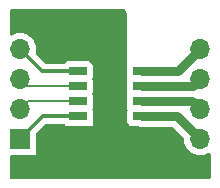
<source format=gbr>
%TF.GenerationSoftware,KiCad,Pcbnew,7.0.10*%
%TF.CreationDate,2024-02-08T11:38:55+02:00*%
%TF.ProjectId,NCD57201DR2G_breakout,4e434435-3732-4303-9144-5232475f6272,0.1*%
%TF.SameCoordinates,Original*%
%TF.FileFunction,Copper,L1,Top*%
%TF.FilePolarity,Positive*%
%FSLAX46Y46*%
G04 Gerber Fmt 4.6, Leading zero omitted, Abs format (unit mm)*
G04 Created by KiCad (PCBNEW 7.0.10) date 2024-02-08 11:38:55*
%MOMM*%
%LPD*%
G01*
G04 APERTURE LIST*
%TA.AperFunction,ComponentPad*%
%ADD10O,1.700000X1.700000*%
%TD*%
%TA.AperFunction,SMDPad,CuDef*%
%ADD11R,1.525000X0.700000*%
%TD*%
%TA.AperFunction,ComponentPad*%
%ADD12R,1.700000X1.700000*%
%TD*%
%TA.AperFunction,ViaPad*%
%ADD13C,0.600000*%
%TD*%
%TA.AperFunction,Conductor*%
%ADD14C,0.300000*%
%TD*%
%TA.AperFunction,Conductor*%
%ADD15C,0.200000*%
%TD*%
%TA.AperFunction,Conductor*%
%ADD16C,0.800000*%
%TD*%
G04 APERTURE END LIST*
D10*
%TO.P,J2,4,Pin_4*%
%TO.N,/LO*%
X123672600Y-74482800D03*
%TO.P,J2,3,Pin_3*%
%TO.N,-BATT*%
X123672600Y-71942800D03*
%TO.P,J2,2,Pin_2*%
%TO.N,/HO*%
X123672600Y-69402800D03*
%TO.P,J2,1,Pin_1*%
%TO.N,+BATT*%
X123672600Y-66862800D03*
%TD*%
D11*
%TO.P,IC1,1,VDD*%
%TO.N,+5V*%
X113340600Y-68732400D03*
%TO.P,IC1,2,HIN*%
%TO.N,/HIN*%
X113340600Y-70002400D03*
%TO.P,IC1,3,LIN*%
%TO.N,/LIN*%
X113340600Y-71272400D03*
%TO.P,IC1,4,GND*%
%TO.N,GND1*%
X113340600Y-72542400D03*
%TO.P,IC1,5,LO*%
%TO.N,/LO*%
X118764600Y-72542400D03*
%TO.P,IC1,6,VS*%
%TO.N,-BATT*%
X118764600Y-71272400D03*
%TO.P,IC1,7,HO*%
%TO.N,/HO*%
X118764600Y-70002400D03*
%TO.P,IC1,8,VB*%
%TO.N,+BATT*%
X118764600Y-68732400D03*
%TD*%
D10*
%TO.P,J1,1,Pin_1*%
%TO.N,+5V*%
X108432600Y-66862800D03*
%TO.P,J1,2,Pin_2*%
%TO.N,/HIN*%
X108432600Y-69402800D03*
%TO.P,J1,3,Pin_3*%
%TO.N,/LIN*%
X108432600Y-71942800D03*
D12*
%TO.P,J1,4,Pin_4*%
%TO.N,GND1*%
X108432600Y-74482800D03*
%TD*%
D13*
%TO.N,GND1*%
X113340000Y-74490000D03*
%TD*%
D14*
%TO.N,GND1*%
X110373000Y-72542400D02*
X108432600Y-74482800D01*
X113340600Y-72542400D02*
X110373000Y-72542400D01*
D15*
%TO.N,/LIN*%
X109103000Y-71272400D02*
X108432600Y-71942800D01*
X113340600Y-71272400D02*
X109103000Y-71272400D01*
%TO.N,/HIN*%
X109032200Y-70002400D02*
X108432600Y-69402800D01*
X113340600Y-70002400D02*
X109032200Y-70002400D01*
D14*
%TO.N,+5V*%
X113340600Y-68732400D02*
X110302200Y-68732400D01*
X110302200Y-68732400D02*
X108432600Y-66862800D01*
D16*
%TO.N,/LO*%
X121732200Y-72542400D02*
X123672600Y-74482800D01*
X118764600Y-72542400D02*
X121732200Y-72542400D01*
%TO.N,-BATT*%
X118764600Y-71272400D02*
X123002200Y-71272400D01*
X123002200Y-71272400D02*
X123672600Y-71942800D01*
%TO.N,/HO*%
X123073000Y-70002400D02*
X123672600Y-69402800D01*
X118764600Y-70002400D02*
X123073000Y-70002400D01*
%TO.N,+BATT*%
X118764600Y-68732400D02*
X121803000Y-68732400D01*
X121803000Y-68732400D02*
X123672600Y-66862800D01*
%TD*%
%TA.AperFunction,Conductor*%
%TO.N,GND1*%
G36*
X117301106Y-63462985D02*
G01*
X117343425Y-63508847D01*
X117418521Y-63649343D01*
X117427824Y-63671801D01*
X117477640Y-63836024D01*
X117482382Y-63859865D01*
X117499803Y-64036738D01*
X117500400Y-64048892D01*
X117500400Y-71909549D01*
X117531300Y-71966138D01*
X117526317Y-72035826D01*
X117508008Y-72084915D01*
X117508008Y-72084916D01*
X117501601Y-72144516D01*
X117501600Y-72144535D01*
X117501600Y-72940270D01*
X117501601Y-72940276D01*
X117508008Y-72999883D01*
X117558302Y-73134728D01*
X117558306Y-73134735D01*
X117644552Y-73249944D01*
X117644555Y-73249947D01*
X117759764Y-73336193D01*
X117759771Y-73336197D01*
X117769968Y-73340000D01*
X117894617Y-73386491D01*
X117954227Y-73392900D01*
X118448448Y-73392899D01*
X118486766Y-73398968D01*
X118515671Y-73408359D01*
X118576344Y-73428074D01*
X118717408Y-73442900D01*
X121307839Y-73442900D01*
X121374878Y-73462585D01*
X121395520Y-73479219D01*
X122282664Y-74366363D01*
X122316149Y-74427686D01*
X122318511Y-74464850D01*
X122316941Y-74482797D01*
X122316941Y-74482800D01*
X122337536Y-74718203D01*
X122337538Y-74718213D01*
X122398694Y-74946455D01*
X122398696Y-74946459D01*
X122398697Y-74946463D01*
X122498565Y-75160630D01*
X122498567Y-75160634D01*
X122606881Y-75315321D01*
X122634105Y-75354201D01*
X122801199Y-75521295D01*
X122897984Y-75589065D01*
X122994765Y-75656832D01*
X122994767Y-75656833D01*
X122994770Y-75656835D01*
X123208937Y-75756703D01*
X123437192Y-75817863D01*
X123607919Y-75832800D01*
X123672599Y-75838459D01*
X123672600Y-75838459D01*
X123672601Y-75838459D01*
X123737281Y-75832800D01*
X123908008Y-75817863D01*
X124136263Y-75756703D01*
X124350430Y-75656835D01*
X124350438Y-75656829D01*
X124355122Y-75654126D01*
X124356273Y-75656119D01*
X124413174Y-75636926D01*
X124480943Y-75653932D01*
X124528759Y-75704877D01*
X124542100Y-75760828D01*
X124542100Y-77707500D01*
X124522415Y-77774539D01*
X124469611Y-77820294D01*
X124418100Y-77831500D01*
X107687100Y-77831500D01*
X107620061Y-77811815D01*
X107574306Y-77759011D01*
X107563100Y-77707500D01*
X107563100Y-75956800D01*
X107582785Y-75889761D01*
X107635589Y-75844006D01*
X107687100Y-75832800D01*
X108205312Y-75832800D01*
X108216604Y-75826634D01*
X108242962Y-75823800D01*
X108622238Y-75823800D01*
X108652888Y-75832800D01*
X109330428Y-75832800D01*
X109330444Y-75832799D01*
X109397687Y-75825569D01*
X109397718Y-75825862D01*
X109415421Y-75823800D01*
X109774600Y-75823800D01*
X109774600Y-75461389D01*
X109776166Y-75447973D01*
X109775369Y-75447888D01*
X109782599Y-75380644D01*
X109782600Y-75380627D01*
X109782600Y-74709256D01*
X109777434Y-74699796D01*
X109774600Y-74673438D01*
X109774600Y-74292162D01*
X109782600Y-74264917D01*
X109782600Y-74007048D01*
X109802285Y-73940009D01*
X109822032Y-73916362D01*
X110564279Y-73224305D01*
X110626734Y-73192986D01*
X110648839Y-73191000D01*
X112114982Y-73191000D01*
X112182021Y-73210685D01*
X112214250Y-73240691D01*
X112220908Y-73249585D01*
X112220910Y-73249587D01*
X112260311Y-73279083D01*
X112302182Y-73335017D01*
X112310000Y-73378350D01*
X112310000Y-73400000D01*
X114600000Y-73400000D01*
X114600000Y-72975711D01*
X114600710Y-72962460D01*
X114603099Y-72940229D01*
X114603100Y-72940218D01*
X114603100Y-72764783D01*
X114602834Y-72764296D01*
X114600000Y-72737938D01*
X114600000Y-72346862D01*
X114603100Y-72336304D01*
X114603100Y-72144572D01*
X114603099Y-72144571D01*
X114600710Y-72122341D01*
X114600000Y-72109086D01*
X114600000Y-72000000D01*
X114580924Y-71980924D01*
X114547439Y-71919601D01*
X114552422Y-71849913D01*
X114597191Y-71729883D01*
X114603600Y-71670273D01*
X114603599Y-70874528D01*
X114597191Y-70814917D01*
X114547142Y-70680730D01*
X114542159Y-70611042D01*
X114547139Y-70594078D01*
X114597191Y-70459883D01*
X114603600Y-70400273D01*
X114603599Y-69604528D01*
X114597191Y-69544917D01*
X114547142Y-69410730D01*
X114542159Y-69341042D01*
X114547139Y-69324078D01*
X114597191Y-69189883D01*
X114603600Y-69130273D01*
X114603599Y-68334528D01*
X114597191Y-68274917D01*
X114579977Y-68228765D01*
X114546897Y-68140071D01*
X114546893Y-68140064D01*
X114460647Y-68024855D01*
X114460644Y-68024852D01*
X114345435Y-67938606D01*
X114345428Y-67938602D01*
X114210582Y-67888308D01*
X114210583Y-67888308D01*
X114150983Y-67881901D01*
X114150981Y-67881900D01*
X114150973Y-67881900D01*
X114150964Y-67881900D01*
X112530229Y-67881900D01*
X112530223Y-67881901D01*
X112470616Y-67888308D01*
X112335771Y-67938602D01*
X112335764Y-67938606D01*
X112220557Y-68024851D01*
X112220551Y-68024857D01*
X112215048Y-68032209D01*
X112159115Y-68074081D01*
X112115780Y-68081900D01*
X110623008Y-68081900D01*
X110555969Y-68062215D01*
X110535327Y-68045581D01*
X109780309Y-67290563D01*
X109746824Y-67229240D01*
X109748215Y-67170789D01*
X109749145Y-67167317D01*
X109767663Y-67098208D01*
X109788259Y-66862800D01*
X109767663Y-66627392D01*
X109706503Y-66399137D01*
X109606635Y-66184971D01*
X109471095Y-65991399D01*
X109471094Y-65991397D01*
X109304002Y-65824306D01*
X109303995Y-65824301D01*
X109302098Y-65822973D01*
X109265121Y-65797081D01*
X109110434Y-65688767D01*
X109110430Y-65688765D01*
X109110428Y-65688764D01*
X108896263Y-65588897D01*
X108896259Y-65588896D01*
X108896255Y-65588894D01*
X108668013Y-65527738D01*
X108668003Y-65527736D01*
X108432601Y-65507141D01*
X108432599Y-65507141D01*
X108197196Y-65527736D01*
X108197186Y-65527738D01*
X107968944Y-65588894D01*
X107968935Y-65588897D01*
X107754772Y-65688764D01*
X107750085Y-65691471D01*
X107748938Y-65689484D01*
X107691992Y-65708676D01*
X107624228Y-65691652D01*
X107576425Y-65640694D01*
X107563100Y-65584773D01*
X107563100Y-63567300D01*
X107582785Y-63500261D01*
X107635589Y-63454506D01*
X107687100Y-63443300D01*
X117234067Y-63443300D01*
X117301106Y-63462985D01*
G37*
%TD.AperFunction*%
%TD*%
M02*

</source>
